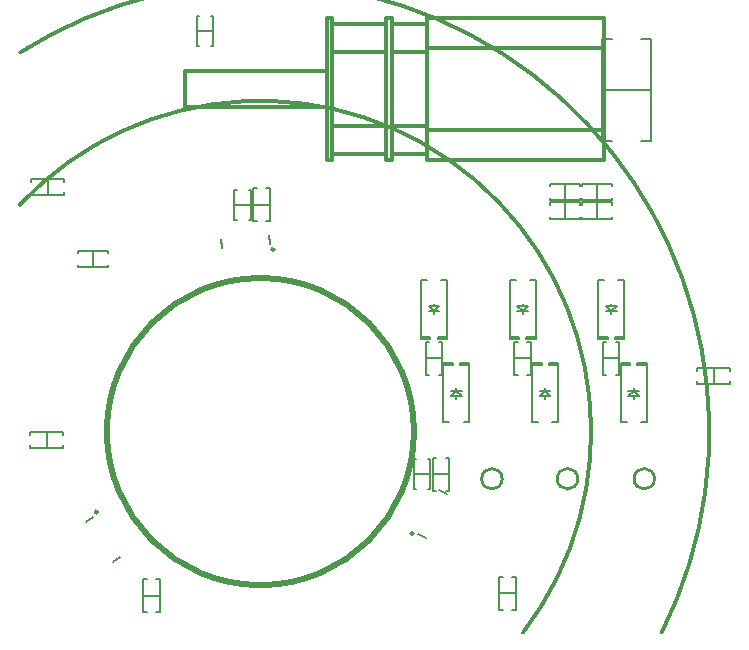
<source format=gbo>
G04*
G04 #@! TF.GenerationSoftware,Altium Limited,Altium Designer,24.4.1 (13)*
G04*
G04 Layer_Color=32896*
%FSLAX44Y44*%
%MOMM*%
G71*
G04*
G04 #@! TF.SameCoordinates,8FCA56C2-8F78-4201-AFF4-6E38B21BD071*
G04*
G04*
G04 #@! TF.FilePolarity,Positive*
G04*
G01*
G75*
%ADD10C,0.2000*%
%ADD13C,0.2540*%
%ADD15C,0.3000*%
%ADD16C,0.5000*%
%ADD18C,0.1500*%
%ADD19C,0.1270*%
D10*
X155000Y58190D02*
X163000D01*
Y56250D02*
Y58190D01*
X155000Y8250D02*
Y58190D01*
Y8250D02*
X160000D01*
X155000Y56250D02*
X163000D01*
X169000D02*
X177000D01*
X165964Y27964D02*
Y29964D01*
X161464D02*
X170536D01*
X161464D02*
X166000Y34500D01*
X170536Y29964D01*
X161500Y34500D02*
X170500D01*
X166000D02*
Y36500D01*
X172000Y8250D02*
X177000D01*
Y58190D01*
X169000Y56250D02*
Y58190D01*
X177000D01*
X150000Y78060D02*
X158000D01*
X150000D02*
Y80000D01*
X158000Y78060D02*
Y128000D01*
X153000D02*
X158000D01*
X150000Y80000D02*
X158000D01*
X136000D02*
X144000D01*
X147036Y106286D02*
Y108286D01*
X142464Y106286D02*
X151536D01*
X147000Y101750D02*
X151536Y106286D01*
X142464D02*
X147000Y101750D01*
X142500D02*
X151500D01*
X147000Y99750D02*
Y101750D01*
X136000Y128000D02*
X141000D01*
X136000Y78060D02*
Y128000D01*
X144000Y78060D02*
Y80000D01*
X136000Y78060D02*
X144000D01*
X300000D02*
X308000D01*
X300000D02*
Y80000D01*
X308000Y78060D02*
Y128000D01*
X303000D02*
X308000D01*
X300000Y80000D02*
X308000D01*
X286000D02*
X294000D01*
X297036Y106286D02*
Y108286D01*
X292464Y106286D02*
X301536D01*
X297000Y101750D02*
X301536Y106286D01*
X292464D02*
X297000Y101750D01*
X292500D02*
X301500D01*
X297000Y99750D02*
Y101750D01*
X286000Y128000D02*
X291000D01*
X286000Y78060D02*
Y128000D01*
X294000Y78060D02*
Y80000D01*
X286000Y78060D02*
X294000D01*
X305000Y58190D02*
X313000D01*
Y56250D02*
Y58190D01*
X305000Y8250D02*
Y58190D01*
Y8250D02*
X310000D01*
X305000Y56250D02*
X313000D01*
X319000D02*
X327000D01*
X315964Y27964D02*
Y29964D01*
X311464D02*
X320535D01*
X311464D02*
X316000Y34500D01*
X320535Y29964D01*
X311500Y34500D02*
X320499D01*
X316000D02*
Y36500D01*
X322000Y8250D02*
X327000D01*
Y58190D01*
X319000Y56250D02*
Y58190D01*
X327000D01*
X225000Y78060D02*
X233000D01*
X225000D02*
Y80000D01*
X233000Y78060D02*
Y128000D01*
X228000D02*
X233000D01*
X225000Y80000D02*
X233000D01*
X211000D02*
X219000D01*
X222036Y106286D02*
Y108286D01*
X217464Y106286D02*
X226536D01*
X222000Y101750D02*
X226536Y106286D01*
X217464D02*
X222000Y101750D01*
X217500D02*
X226500D01*
X222000Y99750D02*
Y101750D01*
X211000Y128000D02*
X216000D01*
X211000Y78060D02*
Y128000D01*
X219000Y78060D02*
Y80000D01*
X211000Y78060D02*
X219000D01*
X230000Y58190D02*
X238000D01*
Y56250D02*
Y58190D01*
X230000Y8250D02*
Y58190D01*
Y8250D02*
X235000D01*
X230000Y56250D02*
X238000D01*
X244000D02*
X252000D01*
X240964Y27964D02*
Y29964D01*
X236464D02*
X245536D01*
X236464D02*
X241000Y34500D01*
X245536Y29964D01*
X236500Y34500D02*
X245500D01*
X241000D02*
Y36500D01*
X247000Y8250D02*
X252000D01*
Y58190D01*
X244000Y56250D02*
Y58190D01*
X252000D01*
X322500Y246000D02*
X330500D01*
Y332000D01*
X322500D02*
X330500D01*
X289500D02*
X297500D01*
X289500Y246000D02*
Y332000D01*
Y246000D02*
X297500D01*
X289500Y289000D02*
X330500D01*
D13*
X333700Y-40000D02*
G03*
X333700Y-40000I-8700J0D01*
G01*
X268700D02*
G03*
X268700Y-40000I-8700J0D01*
G01*
X204700D02*
G03*
X204700Y-40000I-8700J0D01*
G01*
D15*
X-138151Y-68060D02*
G03*
X-138151Y-68060I-707J0D01*
G01*
X129085Y-86221D02*
G03*
X129085Y-86221I-707J0D01*
G01*
X11185Y154290D02*
G03*
X11185Y154290I-707J0D01*
G01*
X339682Y-170342D02*
G03*
X-203558Y320880I-339682J170342D01*
G01*
X222306Y-170235D02*
G03*
X-203867Y191933I-222306J170235D01*
G01*
X291000Y230000D02*
Y255000D01*
Y325000D01*
Y350000D01*
X141000D02*
X291000D01*
X141000Y325000D02*
X291000D01*
X141000Y255000D02*
X291000D01*
X141000Y230000D02*
X291000D01*
X61000Y259000D02*
X106000D01*
X61000Y345000D02*
X106000D01*
X61000Y321000D02*
X106000D01*
X-64000Y305000D02*
X56000D01*
X-64000Y275000D02*
X56000D01*
X61000Y235000D02*
X106000D01*
X56000Y230000D02*
Y350000D01*
X111000Y259000D02*
X141000D01*
X111000Y345000D02*
X141000D01*
X111000Y321000D02*
X141000D01*
X111000Y235000D02*
X141000D01*
X56000Y350000D02*
X61000D01*
X56000Y230000D02*
X61000D01*
X141000D02*
Y350000D01*
Y230000D02*
Y255000D01*
Y325000D02*
Y350000D01*
X106000Y230000D02*
Y350000D01*
X111000Y230000D02*
Y350000D01*
X61000Y230000D02*
Y350000D01*
X-64000Y275000D02*
Y305000D01*
X106000Y350000D02*
X111000D01*
X106000Y230000D02*
X111000D01*
D16*
X130000Y-0D02*
G03*
X130000Y-0I-130000J0D01*
G01*
D18*
X301000Y76000D02*
X304000D01*
Y48000D02*
Y76000D01*
X301000Y48000D02*
X304000D01*
X290000D02*
X293000D01*
X290000D02*
Y76000D01*
X293000D01*
X290000Y62000D02*
X304000D01*
X226000Y76000D02*
X229000D01*
Y48000D02*
Y76000D01*
X226000Y48000D02*
X229000D01*
X215000D02*
X218000D01*
X215000D02*
Y76000D01*
X218000D01*
X215000Y62000D02*
X229000D01*
X140000D02*
X154000D01*
X140000Y76000D02*
X143000D01*
X140000Y48000D02*
Y76000D01*
Y48000D02*
X143000D01*
X151000D02*
X154000D01*
Y76000D01*
X151000D02*
X154000D01*
X384000Y40000D02*
Y54000D01*
X370000Y40000D02*
Y43000D01*
Y40000D02*
X398000D01*
Y43000D01*
Y51000D02*
Y54000D01*
X370000D02*
X398000D01*
X370000Y51000D02*
Y54000D01*
X146000Y-50000D02*
X149000D01*
X146000D02*
Y-22000D01*
X149000D01*
X157000D02*
X160000D01*
Y-50000D02*
Y-22000D01*
X157000Y-50000D02*
X160000D01*
X146000Y-36000D02*
X160000D01*
X130000D02*
X144000D01*
X142080Y-48700D02*
X144000D01*
Y-23300D01*
X142080D02*
X144000D01*
X130000D02*
X131920D01*
X130000Y-48700D02*
Y-23300D01*
Y-48700D02*
X131920D01*
X-22000Y179300D02*
X-20080D01*
X-22000D02*
Y204700D01*
X-20080D01*
X-9920D02*
X-8000D01*
Y179300D02*
Y204700D01*
X-9920Y179300D02*
X-8000D01*
X-22000Y192000D02*
X-8000D01*
X272300Y208080D02*
Y210000D01*
X297700D01*
Y208080D02*
Y210000D01*
Y196000D02*
Y197920D01*
X272300Y196000D02*
X297700D01*
X272300D02*
Y197920D01*
X285000Y196000D02*
Y210000D01*
X297700Y180000D02*
Y181920D01*
X272300Y180000D02*
X297700D01*
X272300D02*
Y181920D01*
Y192080D02*
Y194000D01*
X297700D01*
Y192080D02*
Y194000D01*
X285000Y180000D02*
Y194000D01*
X244800Y208080D02*
Y210000D01*
X270200D01*
Y208080D02*
Y210000D01*
Y196000D02*
Y197920D01*
X244800Y196000D02*
X270200D01*
X244800D02*
Y197920D01*
X257500Y196000D02*
Y210000D01*
X244800Y192080D02*
Y194000D01*
X270200D01*
Y192080D02*
Y194000D01*
Y180000D02*
Y181920D01*
X244800Y180000D02*
X270200D01*
X244800D02*
Y181920D01*
X257500Y180000D02*
Y194000D01*
X-54000Y339000D02*
X-40000D01*
X-54000Y351700D02*
X-52080D01*
X-54000Y326300D02*
Y351700D01*
Y326300D02*
X-52080D01*
X-41920D02*
X-40000D01*
Y351700D01*
X-41920D02*
X-40000D01*
X-6000Y178000D02*
X-3000D01*
X-6000D02*
Y206000D01*
X-3000D01*
X5000D02*
X8000D01*
Y178000D02*
Y206000D01*
X5000Y178000D02*
X8000D01*
X-6000Y192000D02*
X8000D01*
X-129300Y139000D02*
Y140920D01*
X-154700Y139000D02*
X-129300D01*
X-154700D02*
Y140920D01*
Y151080D02*
Y153000D01*
X-129300D01*
Y151080D02*
Y153000D01*
X-142000Y139000D02*
Y153000D01*
X-194000Y211000D02*
Y214000D01*
X-166000D01*
Y211000D02*
Y214000D01*
Y200000D02*
Y203000D01*
X-194000Y200000D02*
X-166000D01*
X-194000D02*
Y203000D01*
X-180000Y200000D02*
Y214000D01*
X202000Y-151000D02*
X205000D01*
X202000D02*
Y-123000D01*
X205000D01*
X213000D02*
X216000D01*
Y-151000D02*
Y-123000D01*
X213000Y-151000D02*
X216000D01*
X202000Y-137000D02*
X216000D01*
X-99000Y-139000D02*
X-85000D01*
X-99000Y-125000D02*
X-96000D01*
X-99000Y-153000D02*
Y-125000D01*
Y-153000D02*
X-96000D01*
X-88000D02*
X-85000D01*
Y-125000D01*
X-88000D02*
X-85000D01*
X-181000Y-14000D02*
Y0D01*
X-167000Y-3000D02*
Y0D01*
X-195000D02*
X-167000D01*
X-195000Y-3000D02*
Y0D01*
Y-14000D02*
Y-11000D01*
Y-14000D02*
X-167000D01*
Y-11000D01*
D19*
X-124757Y-110540D02*
X-118472Y-106223D01*
X-147968Y-76743D02*
X-141683Y-72426D01*
X133572Y-86484D02*
X140453Y-89769D01*
X151236Y-49484D02*
X158117Y-52769D01*
X-33361Y163318D02*
X-32766Y155716D01*
X7514Y166521D02*
X8109Y158919D01*
M02*

</source>
